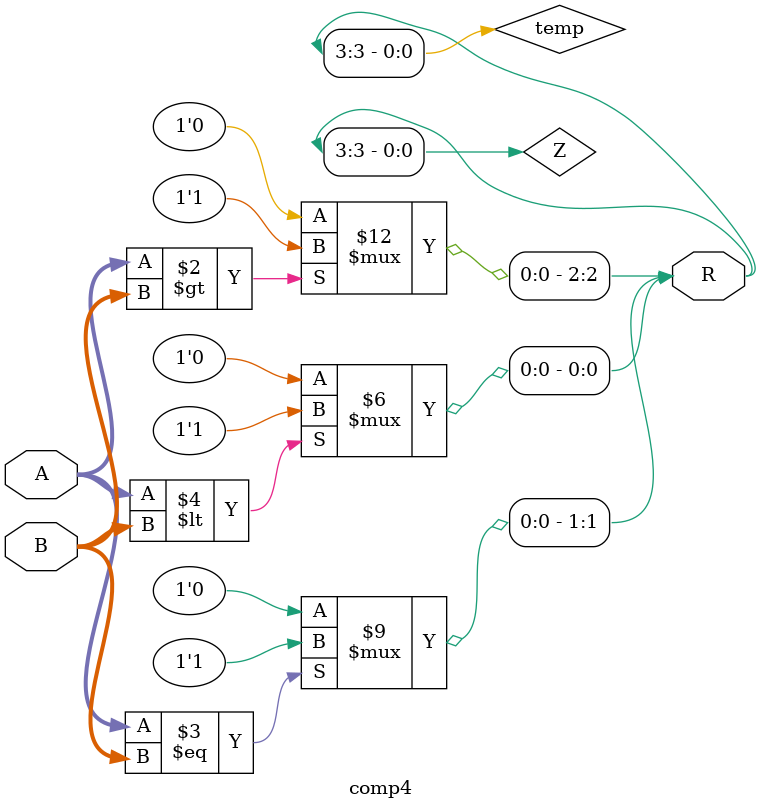
<source format=v>
module comp4 (R,A,B);
	input [3:0] A, B;
	output [3:0] R;
	reg [3:0] R;
	wire temp;
	
	assign temp= Z;
	
	always @(*)
	begin
		if(A > B)
			R[2] = 1;
		else
			R[2] = 0;
		if(A == B)
			R[1] = 1;
		else
			R[1] = 0;
		if(A < B)
			R[0] = 1;
		else
			R[0] = 0;
		R[3] <= temp;
	end
endmodule
</source>
